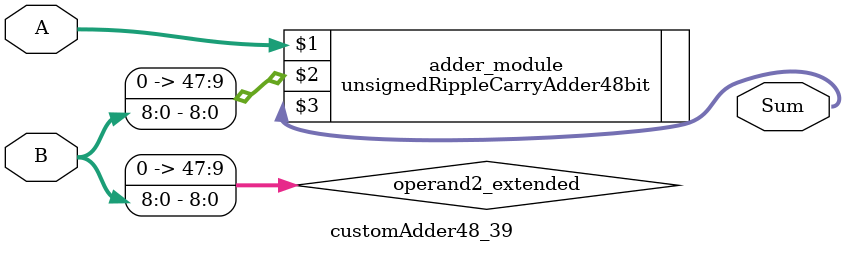
<source format=v>
module customAdder48_39(
                        input [47 : 0] A,
                        input [8 : 0] B,
                        
                        output [48 : 0] Sum
                );

        wire [47 : 0] operand2_extended;
        
        assign operand2_extended =  {39'b0, B};
        
        unsignedRippleCarryAdder48bit adder_module(
            A,
            operand2_extended,
            Sum
        );
        
        endmodule
        
</source>
